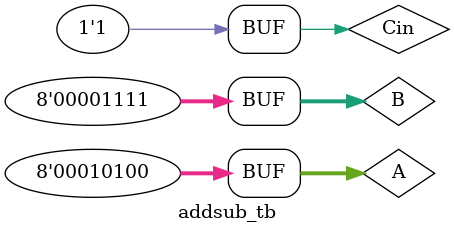
<source format=v>
module addsub_tb;
reg [7:0] A, B;
reg Cin;
wire [7:0] S;
wire Z,C,O;

addsub_beh uut(A, B, Cin, S,Z, C, O);

initial 
begin
A=8'b10010100;
B=8'b11001011;
Cin=1;
#100;
A=8'b00010100;
B=8'b10001011;
Cin=0;
#100;
A=8'b10010100;
B=8'b10010100;
Cin=0;
#100;
A=8'b00010100;
B=8'b11111011;
Cin=1;
#100;
A=8'b00010100;
B=8'b00001111;
Cin=1;
#100;

end
endmodule


</source>
